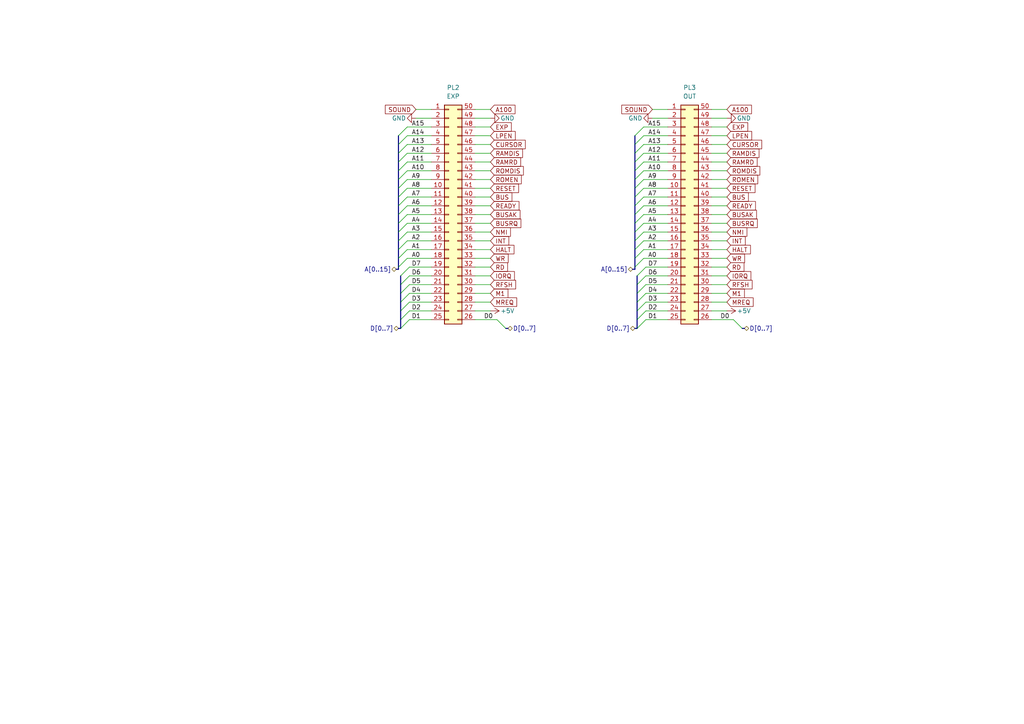
<source format=kicad_sch>
(kicad_sch (version 20211123) (generator eeschema)
  (paper "A4")
  (lib_symbols
    (symbol "Connector_Generic:Conn_02x25_Counter_Clockwise" (pin_names (offset 1.016) hide)
      (property "Reference" "J" (at 1.27 33.02 0))
      (property "Value" "Conn_02x25_Counter_Clockwise" (at 1.27 -33.02 0))
      (symbol "Conn_02x25_Counter_Clockwise_1_1"
        (rectangle (start -1.27 -30.353) (end 0 -30.607) (stroke (width 0.1524)))
        (rectangle (start -1.27 -27.813) (end 0 -28.067) (stroke (width 0.1524)))
        (rectangle (start -1.27 -25.273) (end 0 -25.527) (stroke (width 0.1524)))
        (rectangle (start -1.27 -22.733) (end 0 -22.987) (stroke (width 0.1524)))
        (rectangle (start -1.27 -20.193) (end 0 -20.447) (stroke (width 0.1524)))
        (rectangle (start -1.27 -17.653) (end 0 -17.907) (stroke (width 0.1524)))
        (rectangle (start -1.27 -15.113) (end 0 -15.367) (stroke (width 0.1524)))
        (rectangle (start -1.27 -12.573) (end 0 -12.827) (stroke (width 0.1524)))
        (rectangle (start -1.27 -10.033) (end 0 -10.287) (stroke (width 0.1524)))
        (rectangle (start -1.27 -7.493) (end 0 -7.747) (stroke (width 0.1524)))
        (rectangle (start -1.27 -4.953) (end 0 -5.207) (stroke (width 0.1524)))
        (rectangle (start -1.27 -2.413) (end 0 -2.667) (stroke (width 0.1524)))
        (rectangle (start -1.27 0.127) (end 0 -0.127) (stroke (width 0.1524)))
        (rectangle (start -1.27 2.667) (end 0 2.413) (stroke (width 0.1524)))
        (rectangle (start -1.27 5.207) (end 0 4.953) (stroke (width 0.1524)))
        (rectangle (start -1.27 7.747) (end 0 7.493) (stroke (width 0.1524)))
        (rectangle (start -1.27 10.287) (end 0 10.033) (stroke (width 0.1524)))
        (rectangle (start -1.27 12.827) (end 0 12.573) (stroke (width 0.1524)))
        (rectangle (start -1.27 15.367) (end 0 15.113) (stroke (width 0.1524)))
        (rectangle (start -1.27 17.907) (end 0 17.653) (stroke (width 0.1524)))
        (rectangle (start -1.27 20.447) (end 0 20.193) (stroke (width 0.1524)))
        (rectangle (start -1.27 22.987) (end 0 22.733) (stroke (width 0.1524)))
        (rectangle (start -1.27 25.527) (end 0 25.273) (stroke (width 0.1524)))
        (rectangle (start -1.27 28.067) (end 0 27.813) (stroke (width 0.1524)))
        (rectangle (start -1.27 30.607) (end 0 30.353) (stroke (width 0.1524)))
        (rectangle (start -1.27 31.75) (end 3.81 -31.75) (stroke (width 0.254)) (fill (type background)))
        (rectangle (start 3.81 -30.353) (end 2.54 -30.607) (stroke (width 0.1524)))
        (rectangle (start 3.81 -27.813) (end 2.54 -28.067) (stroke (width 0.1524)))
        (rectangle (start 3.81 -25.273) (end 2.54 -25.527) (stroke (width 0.1524)))
        (rectangle (start 3.81 -22.733) (end 2.54 -22.987) (stroke (width 0.1524)))
        (rectangle (start 3.81 -20.193) (end 2.54 -20.447) (stroke (width 0.1524)))
        (rectangle (start 3.81 -17.653) (end 2.54 -17.907) (stroke (width 0.1524)))
        (rectangle (start 3.81 -15.113) (end 2.54 -15.367) (stroke (width 0.1524)))
        (rectangle (start 3.81 -12.573) (end 2.54 -12.827) (stroke (width 0.1524)))
        (rectangle (start 3.81 -10.033) (end 2.54 -10.287) (stroke (width 0.1524)))
        (rectangle (start 3.81 -7.493) (end 2.54 -7.747) (stroke (width 0.1524)))
        (rectangle (start 3.81 -4.953) (end 2.54 -5.207) (stroke (width 0.1524)))
        (rectangle (start 3.81 -2.413) (end 2.54 -2.667) (stroke (width 0.1524)))
        (rectangle (start 3.81 0.127) (end 2.54 -0.127) (stroke (width 0.1524)))
        (rectangle (start 3.81 2.667) (end 2.54 2.413) (stroke (width 0.1524)))
        (rectangle (start 3.81 5.207) (end 2.54 4.953) (stroke (width 0.1524)))
        (rectangle (start 3.81 7.747) (end 2.54 7.493) (stroke (width 0.1524)))
        (rectangle (start 3.81 10.287) (end 2.54 10.033) (stroke (width 0.1524)))
        (rectangle (start 3.81 12.827) (end 2.54 12.573) (stroke (width 0.1524)))
        (rectangle (start 3.81 15.367) (end 2.54 15.113) (stroke (width 0.1524)))
        (rectangle (start 3.81 17.907) (end 2.54 17.653) (stroke (width 0.1524)))
        (rectangle (start 3.81 20.447) (end 2.54 20.193) (stroke (width 0.1524)))
        (rectangle (start 3.81 22.987) (end 2.54 22.733) (stroke (width 0.1524)))
        (rectangle (start 3.81 25.527) (end 2.54 25.273) (stroke (width 0.1524)))
        (rectangle (start 3.81 28.067) (end 2.54 27.813) (stroke (width 0.1524)))
        (rectangle (start 3.81 30.607) (end 2.54 30.353) (stroke (width 0.1524)))
        (pin passive line (at -5.08 30.48 0) (length 3.81) (name "Pin_1") (number "1"))
        (pin passive line (at -5.08 7.62 0) (length 3.81) (name "Pin_10") (number "10"))
        (pin passive line (at -5.08 5.08 0) (length 3.81) (name "Pin_11") (number "11"))
        (pin passive line (at -5.08 2.54 0) (length 3.81) (name "Pin_12") (number "12"))
        (pin passive line (at -5.08 0 0) (length 3.81) (name "Pin_13") (number "13"))
        (pin passive line (at -5.08 -2.54 0) (length 3.81) (name "Pin_14") (number "14"))
        (pin passive line (at -5.08 -5.08 0) (length 3.81) (name "Pin_15") (number "15"))
        (pin passive line (at -5.08 -7.62 0) (length 3.81) (name "Pin_16") (number "16"))
        (pin passive line (at -5.08 -10.16 0) (length 3.81) (name "Pin_17") (number "17"))
        (pin passive line (at -5.08 -12.7 0) (length 3.81) (name "Pin_18") (number "18"))
        (pin passive line (at -5.08 -15.24 0) (length 3.81) (name "Pin_19") (number "19"))
        (pin passive line (at -5.08 27.94 0) (length 3.81) (name "Pin_2") (number "2"))
        (pin passive line (at -5.08 -17.78 0) (length 3.81) (name "Pin_20") (number "20"))
        (pin passive line (at -5.08 -20.32 0) (length 3.81) (name "Pin_21") (number "21"))
        (pin passive line (at -5.08 -22.86 0) (length 3.81) (name "Pin_22") (number "22"))
        (pin passive line (at -5.08 -25.4 0) (length 3.81) (name "Pin_23") (number "23"))
        (pin passive line (at -5.08 -27.94 0) (length 3.81) (name "Pin_24") (number "24"))
        (pin passive line (at -5.08 -30.48 0) (length 3.81) (name "Pin_25") (number "25"))
        (pin passive line (at 7.62 -30.48 180) (length 3.81) (name "Pin_26") (number "26"))
        (pin passive line (at 7.62 -27.94 180) (length 3.81) (name "Pin_27") (number "27"))
        (pin passive line (at 7.62 -25.4 180) (length 3.81) (name "Pin_28") (number "28"))
        (pin passive line (at 7.62 -22.86 180) (length 3.81) (name "Pin_29") (number "29"))
        (pin passive line (at -5.08 25.4 0) (length 3.81) (name "Pin_3") (number "3"))
        (pin passive line (at 7.62 -20.32 180) (length 3.81) (name "Pin_30") (number "30"))
        (pin passive line (at 7.62 -17.78 180) (length 3.81) (name "Pin_31") (number "31"))
        (pin passive line (at 7.62 -15.24 180) (length 3.81) (name "Pin_32") (number "32"))
        (pin passive line (at 7.62 -12.7 180) (length 3.81) (name "Pin_33") (number "33"))
        (pin passive line (at 7.62 -10.16 180) (length 3.81) (name "Pin_34") (number "34"))
        (pin passive line (at 7.62 -7.62 180) (length 3.81) (name "Pin_35") (number "35"))
        (pin passive line (at 7.62 -5.08 180) (length 3.81) (name "Pin_36") (number "36"))
        (pin passive line (at 7.62 -2.54 180) (length 3.81) (name "Pin_37") (number "37"))
        (pin passive line (at 7.62 0 180) (length 3.81) (name "Pin_38") (number "38"))
        (pin passive line (at 7.62 2.54 180) (length 3.81) (name "Pin_39") (number "39"))
        (pin passive line (at -5.08 22.86 0) (length 3.81) (name "Pin_4") (number "4"))
        (pin passive line (at 7.62 5.08 180) (length 3.81) (name "Pin_40") (number "40"))
        (pin passive line (at 7.62 7.62 180) (length 3.81) (name "Pin_41") (number "41"))
        (pin passive line (at 7.62 10.16 180) (length 3.81) (name "Pin_42") (number "42"))
        (pin passive line (at 7.62 12.7 180) (length 3.81) (name "Pin_43") (number "43"))
        (pin passive line (at 7.62 15.24 180) (length 3.81) (name "Pin_44") (number "44"))
        (pin passive line (at 7.62 17.78 180) (length 3.81) (name "Pin_45") (number "45"))
        (pin passive line (at 7.62 20.32 180) (length 3.81) (name "Pin_46") (number "46"))
        (pin passive line (at 7.62 22.86 180) (length 3.81) (name "Pin_47") (number "47"))
        (pin passive line (at 7.62 25.4 180) (length 3.81) (name "Pin_48") (number "48"))
        (pin passive line (at 7.62 27.94 180) (length 3.81) (name "Pin_49") (number "49"))
        (pin passive line (at -5.08 20.32 0) (length 3.81) (name "Pin_5") (number "5"))
        (pin passive line (at 7.62 30.48 180) (length 3.81) (name "Pin_50") (number "50"))
        (pin passive line (at -5.08 17.78 0) (length 3.81) (name "Pin_6") (number "6"))
        (pin passive line (at -5.08 15.24 0) (length 3.81) (name "Pin_7") (number "7"))
        (pin passive line (at -5.08 12.7 0) (length 3.81) (name "Pin_8") (number "8"))
        (pin passive line (at -5.08 10.16 0) (length 3.81) (name "Pin_9") (number "9"))
      )
    )
    (symbol "power:+5V" (power) (pin_names (offset 0))
      (property "Value" "+5V" (at 0 3.556 0))
      (symbol "+5V_0_1"
        (polyline (pts (xy -0.762 1.27) (xy 0 2.54)))
        (polyline (pts (xy 0 0) (xy 0 2.54)))
        (polyline (pts (xy 0 2.54) (xy 0.762 1.27)))
      )
      (symbol "+5V_1_1"
        (pin power_in line (at 0 0 90) (length 0) hide (name "+5V") (number "1"))
      )
    )
    (symbol "power:GND" (power) (pin_names (offset 0))
      (property "Value" "GND" (at 0 -3.81 0))
      (symbol "GND_0_1"
        (polyline (pts (xy 0 0) (xy 0 -1.27) (xy 1.27 -1.27) (xy 0 -2.54) (xy -1.27 -1.27) (xy 0 -1.27)))
      )
      (symbol "GND_1_1"
        (pin power_in line (at 0 0 270) (length 0) hide (name "GND") (number "1"))
      )
    )
  )
  (bus_entry (at 184.15 77.47) (size 2.54 -2.54))
  (bus_entry (at 212.725 92.71) (size 2.54 2.54))
  (bus_entry (at 184.15 39.37) (size 2.54 -2.54))
  (bus_entry (at 184.785 85.09) (size 2.54 -2.54))
  (bus_entry (at 116.205 80.01) (size 2.54 -2.54))
  (bus_entry (at 115.57 54.61) (size 2.54 -2.54))
  (bus_entry (at 184.785 82.55) (size 2.54 -2.54))
  (bus_entry (at 184.15 46.99) (size 2.54 -2.54))
  (bus_entry (at 115.57 52.07) (size 2.54 -2.54))
  (bus_entry (at 184.15 67.31) (size 2.54 -2.54))
  (bus_entry (at 115.57 57.15) (size 2.54 -2.54))
  (bus_entry (at 115.57 72.39) (size 2.54 -2.54))
  (bus_entry (at 115.57 69.85) (size 2.54 -2.54))
  (bus_entry (at 115.57 39.37) (size 2.54 -2.54))
  (bus_entry (at 184.15 57.15) (size 2.54 -2.54))
  (bus_entry (at 184.15 64.77) (size 2.54 -2.54))
  (bus_entry (at 184.15 52.07) (size 2.54 -2.54))
  (bus_entry (at 116.205 87.63) (size 2.54 -2.54))
  (bus_entry (at 116.205 95.25) (size 2.54 -2.54))
  (bus_entry (at 115.57 44.45) (size 2.54 -2.54))
  (bus_entry (at 115.57 49.53) (size 2.54 -2.54))
  (bus_entry (at 184.15 59.69) (size 2.54 -2.54))
  (bus_entry (at 144.145 92.71) (size 2.54 2.54))
  (bus_entry (at 184.785 95.25) (size 2.54 -2.54))
  (bus_entry (at 115.57 67.31) (size 2.54 -2.54))
  (bus_entry (at 116.205 90.17) (size 2.54 -2.54))
  (bus_entry (at 184.785 90.17) (size 2.54 -2.54))
  (bus_entry (at 184.15 72.39) (size 2.54 -2.54))
  (bus_entry (at 116.205 85.09) (size 2.54 -2.54))
  (bus_entry (at 184.15 69.85) (size 2.54 -2.54))
  (bus_entry (at 184.785 92.71) (size 2.54 -2.54))
  (bus_entry (at 184.15 62.23) (size 2.54 -2.54))
  (bus_entry (at 184.15 49.53) (size 2.54 -2.54))
  (bus_entry (at 115.57 59.69) (size 2.54 -2.54))
  (bus_entry (at 184.15 41.91) (size 2.54 -2.54))
  (bus_entry (at 115.57 46.99) (size 2.54 -2.54))
  (bus_entry (at 115.57 62.23) (size 2.54 -2.54))
  (bus_entry (at 184.15 44.45) (size 2.54 -2.54))
  (bus_entry (at 115.57 41.91) (size 2.54 -2.54))
  (bus_entry (at 115.57 77.47) (size 2.54 -2.54))
  (bus_entry (at 184.15 74.93) (size 2.54 -2.54))
  (bus_entry (at 115.57 74.93) (size 2.54 -2.54))
  (bus_entry (at 184.15 54.61) (size 2.54 -2.54))
  (bus_entry (at 115.57 64.77) (size 2.54 -2.54))
  (bus_entry (at 184.785 80.01) (size 2.54 -2.54))
  (bus_entry (at 184.785 87.63) (size 2.54 -2.54))
  (bus_entry (at 116.205 92.71) (size 2.54 -2.54))
  (bus_entry (at 116.205 82.55) (size 2.54 -2.54))
  (bus (pts (xy 115.57 54.61) (xy 115.57 57.15)))
  (wire (pts (xy 186.69 46.99) (xy 193.675 46.99)))
  (bus (pts (xy 115.57 74.93) (xy 115.57 77.47)))
  (bus (pts (xy 215.9 95.25) (xy 215.265 95.25)))
  (bus (pts (xy 184.15 64.77) (xy 184.15 67.31)))
  (wire (pts (xy 118.11 69.85) (xy 125.095 69.85)))
  (wire (pts (xy 186.69 54.61) (xy 193.675 54.61)))
  (bus (pts (xy 115.57 41.91) (xy 115.57 44.45)))
  (wire (pts (xy 206.375 34.29) (xy 210.82 34.29)))
  (bus (pts (xy 115.57 39.37) (xy 115.57 41.91)))
  (wire (pts (xy 137.795 62.23) (xy 142.24 62.23)))
  (bus (pts (xy 115.57 95.25) (xy 116.205 95.25)))
  (wire (pts (xy 118.11 59.69) (xy 125.095 59.69)))
  (bus (pts (xy 115.57 64.77) (xy 115.57 67.31)))
  (wire (pts (xy 118.11 64.77) (xy 125.095 64.77)))
  (wire (pts (xy 206.375 90.17) (xy 210.82 90.17)))
  (wire (pts (xy 137.795 46.99) (xy 142.24 46.99)))
  (bus (pts (xy 183.515 78.105) (xy 184.15 78.105)))
  (wire (pts (xy 206.375 54.61) (xy 210.82 54.61)))
  (bus (pts (xy 116.205 80.01) (xy 116.205 82.55)))
  (wire (pts (xy 206.375 31.75) (xy 210.82 31.75)))
  (wire (pts (xy 118.11 62.23) (xy 125.095 62.23)))
  (wire (pts (xy 206.375 41.91) (xy 210.82 41.91)))
  (wire (pts (xy 206.375 62.23) (xy 210.82 62.23)))
  (wire (pts (xy 118.11 36.83) (xy 125.095 36.83)))
  (wire (pts (xy 118.745 80.01) (xy 125.095 80.01)))
  (wire (pts (xy 206.375 64.77) (xy 210.82 64.77)))
  (wire (pts (xy 118.11 44.45) (xy 125.095 44.45)))
  (wire (pts (xy 206.375 46.99) (xy 210.82 46.99)))
  (bus (pts (xy 184.785 82.55) (xy 184.785 85.09)))
  (wire (pts (xy 137.795 74.93) (xy 142.24 74.93)))
  (bus (pts (xy 116.205 90.17) (xy 116.205 92.71)))
  (wire (pts (xy 206.375 87.63) (xy 210.82 87.63)))
  (bus (pts (xy 184.15 44.45) (xy 184.15 46.99)))
  (wire (pts (xy 137.795 44.45) (xy 142.24 44.45)))
  (bus (pts (xy 184.15 95.25) (xy 184.785 95.25)))
  (wire (pts (xy 187.325 77.47) (xy 193.675 77.47)))
  (wire (pts (xy 186.69 59.69) (xy 193.675 59.69)))
  (wire (pts (xy 186.69 72.39) (xy 193.675 72.39)))
  (wire (pts (xy 206.375 85.09) (xy 210.82 85.09)))
  (bus (pts (xy 184.15 54.61) (xy 184.15 57.15)))
  (wire (pts (xy 206.375 49.53) (xy 210.82 49.53)))
  (bus (pts (xy 184.15 77.47) (xy 184.15 78.105)))
  (wire (pts (xy 118.11 52.07) (xy 125.095 52.07)))
  (wire (pts (xy 118.745 77.47) (xy 125.095 77.47)))
  (wire (pts (xy 189.23 34.29) (xy 193.675 34.29)))
  (wire (pts (xy 187.325 92.71) (xy 193.675 92.71)))
  (wire (pts (xy 137.795 34.29) (xy 142.24 34.29)))
  (wire (pts (xy 137.795 49.53) (xy 142.24 49.53)))
  (wire (pts (xy 137.795 72.39) (xy 142.24 72.39)))
  (bus (pts (xy 116.205 92.71) (xy 116.205 95.25)))
  (wire (pts (xy 206.375 72.39) (xy 210.82 72.39)))
  (bus (pts (xy 184.15 49.53) (xy 184.15 52.07)))
  (wire (pts (xy 118.11 74.93) (xy 125.095 74.93)))
  (wire (pts (xy 206.375 57.15) (xy 210.82 57.15)))
  (wire (pts (xy 206.375 59.69) (xy 210.82 59.69)))
  (bus (pts (xy 184.15 57.15) (xy 184.15 59.69)))
  (bus (pts (xy 115.57 44.45) (xy 115.57 46.99)))
  (bus (pts (xy 116.205 85.09) (xy 116.205 87.63)))
  (wire (pts (xy 187.325 80.01) (xy 193.675 80.01)))
  (wire (pts (xy 206.375 74.93) (xy 210.82 74.93)))
  (bus (pts (xy 115.57 67.31) (xy 115.57 69.85)))
  (wire (pts (xy 118.11 57.15) (xy 125.095 57.15)))
  (wire (pts (xy 118.745 87.63) (xy 125.095 87.63)))
  (wire (pts (xy 137.795 39.37) (xy 142.24 39.37)))
  (wire (pts (xy 206.375 67.31) (xy 210.82 67.31)))
  (wire (pts (xy 206.375 92.71) (xy 212.725 92.71)))
  (wire (pts (xy 137.795 80.01) (xy 142.24 80.01)))
  (bus (pts (xy 115.57 62.23) (xy 115.57 64.77)))
  (wire (pts (xy 137.795 92.71) (xy 144.145 92.71)))
  (bus (pts (xy 184.15 39.37) (xy 184.15 41.91)))
  (bus (pts (xy 184.785 80.01) (xy 184.785 82.55)))
  (wire (pts (xy 137.795 36.83) (xy 142.24 36.83)))
  (bus (pts (xy 184.15 41.91) (xy 184.15 44.45)))
  (wire (pts (xy 186.69 41.91) (xy 193.675 41.91)))
  (wire (pts (xy 187.325 82.55) (xy 193.675 82.55)))
  (bus (pts (xy 115.57 49.53) (xy 115.57 52.07)))
  (wire (pts (xy 206.375 39.37) (xy 210.82 39.37)))
  (bus (pts (xy 115.57 52.07) (xy 115.57 54.61)))
  (wire (pts (xy 206.375 36.83) (xy 210.82 36.83)))
  (wire (pts (xy 186.69 44.45) (xy 193.675 44.45)))
  (wire (pts (xy 187.325 90.17) (xy 193.675 90.17)))
  (bus (pts (xy 184.15 62.23) (xy 184.15 64.77)))
  (wire (pts (xy 137.795 77.47) (xy 142.24 77.47)))
  (wire (pts (xy 118.745 92.71) (xy 125.095 92.71)))
  (wire (pts (xy 206.375 77.47) (xy 210.82 77.47)))
  (bus (pts (xy 115.57 77.47) (xy 115.57 78.105)))
  (wire (pts (xy 118.11 41.91) (xy 125.095 41.91)))
  (wire (pts (xy 206.375 82.55) (xy 210.82 82.55)))
  (wire (pts (xy 137.795 69.85) (xy 142.24 69.85)))
  (bus (pts (xy 184.15 52.07) (xy 184.15 54.61)))
  (bus (pts (xy 116.205 87.63) (xy 116.205 90.17)))
  (wire (pts (xy 137.795 57.15) (xy 142.24 57.15)))
  (bus (pts (xy 115.57 59.69) (xy 115.57 62.23)))
  (bus (pts (xy 184.15 69.85) (xy 184.15 72.39)))
  (wire (pts (xy 137.795 67.31) (xy 142.24 67.31)))
  (wire (pts (xy 186.69 64.77) (xy 193.675 64.77)))
  (wire (pts (xy 186.69 69.85) (xy 193.675 69.85)))
  (bus (pts (xy 184.785 92.71) (xy 184.785 95.25)))
  (wire (pts (xy 120.65 31.75) (xy 125.095 31.75)))
  (bus (pts (xy 114.935 78.105) (xy 115.57 78.105)))
  (bus (pts (xy 184.15 67.31) (xy 184.15 69.85)))
  (wire (pts (xy 137.795 64.77) (xy 142.24 64.77)))
  (bus (pts (xy 184.785 90.17) (xy 184.785 92.71)))
  (wire (pts (xy 137.795 54.61) (xy 142.24 54.61)))
  (wire (pts (xy 118.11 46.99) (xy 125.095 46.99)))
  (wire (pts (xy 186.69 52.07) (xy 193.675 52.07)))
  (wire (pts (xy 186.69 39.37) (xy 193.675 39.37)))
  (bus (pts (xy 184.15 46.99) (xy 184.15 49.53)))
  (wire (pts (xy 186.69 67.31) (xy 193.675 67.31)))
  (bus (pts (xy 184.15 72.39) (xy 184.15 74.93)))
  (bus (pts (xy 115.57 46.99) (xy 115.57 49.53)))
  (wire (pts (xy 206.375 52.07) (xy 210.82 52.07)))
  (wire (pts (xy 118.745 82.55) (xy 125.095 82.55)))
  (wire (pts (xy 118.11 39.37) (xy 125.095 39.37)))
  (wire (pts (xy 118.11 72.39) (xy 125.095 72.39)))
  (bus (pts (xy 116.205 82.55) (xy 116.205 85.09)))
  (wire (pts (xy 118.745 90.17) (xy 125.095 90.17)))
  (bus (pts (xy 184.15 74.93) (xy 184.15 77.47)))
  (wire (pts (xy 118.11 49.53) (xy 125.095 49.53)))
  (wire (pts (xy 118.11 67.31) (xy 125.095 67.31)))
  (wire (pts (xy 186.69 49.53) (xy 193.675 49.53)))
  (wire (pts (xy 137.795 31.75) (xy 142.24 31.75)))
  (bus (pts (xy 184.15 59.69) (xy 184.15 62.23)))
  (bus (pts (xy 147.32 95.25) (xy 146.685 95.25)))
  (wire (pts (xy 206.375 80.01) (xy 210.82 80.01)))
  (bus (pts (xy 184.785 85.09) (xy 184.785 87.63)))
  (wire (pts (xy 186.69 36.83) (xy 193.675 36.83)))
  (wire (pts (xy 187.325 87.63) (xy 193.675 87.63)))
  (wire (pts (xy 186.69 74.93) (xy 193.675 74.93)))
  (wire (pts (xy 189.23 31.75) (xy 193.675 31.75)))
  (wire (pts (xy 137.795 85.09) (xy 142.24 85.09)))
  (wire (pts (xy 137.795 59.69) (xy 142.24 59.69)))
  (bus (pts (xy 115.57 57.15) (xy 115.57 59.69)))
  (wire (pts (xy 120.65 34.29) (xy 125.095 34.29)))
  (wire (pts (xy 118.745 85.09) (xy 125.095 85.09)))
  (wire (pts (xy 137.795 90.17) (xy 142.24 90.17)))
  (wire (pts (xy 118.11 54.61) (xy 125.095 54.61)))
  (wire (pts (xy 137.795 41.91) (xy 142.24 41.91)))
  (wire (pts (xy 206.375 44.45) (xy 210.82 44.45)))
  (wire (pts (xy 137.795 82.55) (xy 142.24 82.55)))
  (bus (pts (xy 115.57 72.39) (xy 115.57 74.93)))
  (bus (pts (xy 115.57 69.85) (xy 115.57 72.39)))
  (wire (pts (xy 186.69 57.15) (xy 193.675 57.15)))
  (wire (pts (xy 186.69 62.23) (xy 193.675 62.23)))
  (wire (pts (xy 206.375 69.85) (xy 210.82 69.85)))
  (wire (pts (xy 137.795 87.63) (xy 142.24 87.63)))
  (wire (pts (xy 137.795 52.07) (xy 142.24 52.07)))
  (bus (pts (xy 184.785 87.63) (xy 184.785 90.17)))
  (wire (pts (xy 187.325 85.09) (xy 193.675 85.09)))
  (label "A3" (at 187.96 67.31 0))
  (label "A7" (at 119.38 57.15 0))
  (label "A11" (at 119.38 46.99 0))
  (label "D1" (at 119.38 92.71 0))
  (label "D7" (at 119.38 77.47 0))
  (label "A4" (at 119.38 64.77 0))
  (label "A2" (at 187.96 69.85 0))
  (label "D4" (at 187.96 85.09 0))
  (label "A5" (at 119.38 62.23 0))
  (label "A8" (at 187.96 54.61 0))
  (label "A9" (at 187.96 52.07 0))
  (label "A4" (at 187.96 64.77 0))
  (label "D6" (at 119.38 80.01 0))
  (label "D0" (at 208.915 92.71 0))
  (label "D2" (at 187.96 90.17 0))
  (label "A13" (at 119.38 41.91 0))
  (label "D3" (at 119.38 87.63 0))
  (label "A6" (at 187.96 59.69 0))
  (label "D5" (at 187.96 82.55 0))
  (label "D2" (at 119.38 90.17 0))
  (label "A12" (at 119.38 44.45 0))
  (label "A1" (at 187.96 72.39 0))
  (label "D4" (at 119.38 85.09 0))
  (label "A8" (at 119.38 54.61 0))
  (label "A14" (at 119.38 39.37 0))
  (label "A1" (at 119.38 72.39 0))
  (label "A0" (at 119.38 74.93 0))
  (label "A15" (at 187.96 36.83 0))
  (label "A3" (at 119.38 67.31 0))
  (label "A10" (at 187.96 49.53 0))
  (label "D0" (at 140.335 92.71 0))
  (label "A2" (at 119.38 69.85 0))
  (label "A6" (at 119.38 59.69 0))
  (label "A11" (at 187.96 46.99 0))
  (label "A7" (at 187.96 57.15 0))
  (label "D1" (at 187.96 92.71 0))
  (label "A14" (at 187.96 39.37 0))
  (label "A9" (at 119.38 52.07 0))
  (label "D7" (at 187.96 77.47 0))
  (label "A13" (at 187.96 41.91 0))
  (label "A0" (at 187.96 74.93 0))
  (label "A12" (at 187.96 44.45 0))
  (label "A15" (at 119.38 36.83 0))
  (label "A10" (at 119.38 49.53 0))
  (label "D6" (at 187.96 80.01 0))
  (label "A5" (at 187.96 62.23 0))
  (label "D5" (at 119.38 82.55 0))
  (label "D3" (at 187.96 87.63 0))
  (global_label "RESET" (shape input) (at 142.24 54.61 0) (property "Intersheet References" "${INTERSHEET_REFS}" (effects hide)))
  (global_label "RFSH" (shape input) (at 210.82 82.55 0) (property "Intersheet References" "${INTERSHEET_REFS}" (effects hide)))
  (global_label "RD" (shape input) (at 210.82 77.47 0) (property "Intersheet References" "${INTERSHEET_REFS}" (effects hide)))
  (global_label "ROMEN" (shape input) (at 142.24 52.07 0) (property "Intersheet References" "${INTERSHEET_REFS}" (effects hide)))
  (global_label "RESET" (shape input) (at 210.82 54.61 0) (property "Intersheet References" "${INTERSHEET_REFS}" (effects hide)))
  (global_label "ROMEN" (shape input) (at 210.82 52.07 0) (property "Intersheet References" "${INTERSHEET_REFS}" (effects hide)))
  (global_label "NMI" (shape input) (at 142.24 67.31 0) (property "Intersheet References" "${INTERSHEET_REFS}" (effects hide)))
  (global_label "BUS" (shape input) (at 210.82 57.15 0) (property "Intersheet References" "${INTERSHEET_REFS}" (effects hide)))
  (global_label "RAMRD" (shape input) (at 142.24 46.99 0) (property "Intersheet References" "${INTERSHEET_REFS}" (effects hide)))
  (global_label "IORQ" (shape input) (at 210.82 80.01 0) (property "Intersheet References" "${INTERSHEET_REFS}" (effects hide)))
  (global_label "A100" (shape input) (at 210.82 31.75 0) (property "Intersheet References" "${INTERSHEET_REFS}" (effects hide)))
  (global_label "RD" (shape input) (at 142.24 77.47 0) (property "Intersheet References" "${INTERSHEET_REFS}" (effects hide)))
  (global_label "EXP" (shape input) (at 210.82 36.83 0) (property "Intersheet References" "${INTERSHEET_REFS}" (effects hide)))
  (global_label "BUSRQ" (shape input) (at 210.82 64.77 0) (property "Intersheet References" "${INTERSHEET_REFS}" (effects hide)))
  (global_label "M1" (shape input) (at 210.82 85.09 0) (property "Intersheet References" "${INTERSHEET_REFS}" (effects hide)))
  (global_label "INT" (shape input) (at 210.82 69.85 0) (property "Intersheet References" "${INTERSHEET_REFS}" (effects hide)))
  (global_label "HALT" (shape input) (at 210.82 72.39 0) (property "Intersheet References" "${INTERSHEET_REFS}" (effects hide)))
  (global_label "SOUND" (shape input) (at 189.23 31.75 180) (property "Intersheet References" "${INTERSHEET_REFS}" (effects hide)))
  (global_label "BUSAK" (shape input) (at 210.82 62.23 0) (property "Intersheet References" "${INTERSHEET_REFS}" (effects hide)))
  (global_label "MREQ" (shape input) (at 142.24 87.63 0) (property "Intersheet References" "${INTERSHEET_REFS}" (effects hide)))
  (global_label "READY" (shape input) (at 142.24 59.69 0) (property "Intersheet References" "${INTERSHEET_REFS}" (effects hide)))
  (global_label "BUSRQ" (shape input) (at 142.24 64.77 0) (property "Intersheet References" "${INTERSHEET_REFS}" (effects hide)))
  (global_label "IORQ" (shape input) (at 142.24 80.01 0) (property "Intersheet References" "${INTERSHEET_REFS}" (effects hide)))
  (global_label "RAMDIS" (shape input) (at 142.24 44.45 0) (property "Intersheet References" "${INTERSHEET_REFS}" (effects hide)))
  (global_label "NMI" (shape input) (at 210.82 67.31 0) (property "Intersheet References" "${INTERSHEET_REFS}" (effects hide)))
  (global_label "RFSH" (shape input) (at 142.24 82.55 0) (property "Intersheet References" "${INTERSHEET_REFS}" (effects hide)))
  (global_label "RAMDIS" (shape input) (at 210.82 44.45 0) (property "Intersheet References" "${INTERSHEET_REFS}" (effects hide)))
  (global_label "WR" (shape input) (at 210.82 74.93 0) (property "Intersheet References" "${INTERSHEET_REFS}" (effects hide)))
  (global_label "ROMDIS" (shape input) (at 210.82 49.53 0) (property "Intersheet References" "${INTERSHEET_REFS}" (effects hide)))
  (global_label "READY" (shape input) (at 210.82 59.69 0) (property "Intersheet References" "${INTERSHEET_REFS}" (effects hide)))
  (global_label "CURSOR" (shape input) (at 210.82 41.91 0) (property "Intersheet References" "${INTERSHEET_REFS}" (effects hide)))
  (global_label "SOUND" (shape input) (at 120.65 31.75 180) (property "Intersheet References" "${INTERSHEET_REFS}" (effects hide)))
  (global_label "WR" (shape input) (at 142.24 74.93 0) (property "Intersheet References" "${INTERSHEET_REFS}" (effects hide)))
  (global_label "ROMDIS" (shape input) (at 142.24 49.53 0) (property "Intersheet References" "${INTERSHEET_REFS}" (effects hide)))
  (global_label "A100" (shape input) (at 142.24 31.75 0) (property "Intersheet References" "${INTERSHEET_REFS}" (effects hide)))
  (global_label "LPEN" (shape input) (at 210.82 39.37 0) (property "Intersheet References" "${INTERSHEET_REFS}" (effects hide)))
  (global_label "EXP" (shape input) (at 142.24 36.83 0) (property "Intersheet References" "${INTERSHEET_REFS}" (effects hide)))
  (global_label "BUS" (shape input) (at 142.24 57.15 0) (property "Intersheet References" "${INTERSHEET_REFS}" (effects hide)))
  (global_label "HALT" (shape input) (at 142.24 72.39 0) (property "Intersheet References" "${INTERSHEET_REFS}" (effects hide)))
  (global_label "CURSOR" (shape input) (at 142.24 41.91 0) (property "Intersheet References" "${INTERSHEET_REFS}" (effects hide)))
  (global_label "INT" (shape input) (at 142.24 69.85 0) (property "Intersheet References" "${INTERSHEET_REFS}" (effects hide)))
  (global_label "RAMRD" (shape input) (at 210.82 46.99 0) (property "Intersheet References" "${INTERSHEET_REFS}" (effects hide)))
  (global_label "LPEN" (shape input) (at 142.24 39.37 0) (property "Intersheet References" "${INTERSHEET_REFS}" (effects hide)))
  (global_label "MREQ" (shape input) (at 210.82 87.63 0) (property "Intersheet References" "${INTERSHEET_REFS}" (effects hide)))
  (global_label "M1" (shape input) (at 142.24 85.09 0) (property "Intersheet References" "${INTERSHEET_REFS}" (effects hide)))
  (global_label "BUSAK" (shape input) (at 142.24 62.23 0) (property "Intersheet References" "${INTERSHEET_REFS}" (effects hide)))
  (hierarchical_label "D[0..7]" (shape bidirectional) (at 215.9 95.25 0))
  (hierarchical_label "A[0..15]" (shape bidirectional) (at 183.515 78.105 180))
  (hierarchical_label "D[0..7]" (shape bidirectional) (at 147.32 95.25 0))
  (hierarchical_label "D[0..7]" (shape bidirectional) (at 115.57 95.25 180))
  (hierarchical_label "A[0..15]" (shape bidirectional) (at 114.935 78.105 180))
  (hierarchical_label "D[0..7]" (shape bidirectional) (at 184.15 95.25 180))
  (symbol (lib_id "Connector_Generic:Conn_02x25_Counter_Clockwise") (at 198.755 62.23 0) (unit 1)
    (property "Reference" "PL3" (at 200.025 25.4 0))
    (property "Value" "OUT" (at 200.025 27.94 0))
    (property "Footprint" "CPC:EXPANSION" (effects hide))
  )
  (symbol (lib_id "power:GND") (at 142.24 34.29 90) (unit 1)
    (property "Reference" "#PWR0109" (effects hide))
    (property "Value" "GND" (at 149.225 34.29 90) (effects (justify left)))
  )
  (symbol (lib_id "power:GND") (at 120.65 34.29 270) (unit 1)
    (property "Reference" "#PWR0101" (effects hide))
    (property "Value" "GND" (at 113.665 34.29 90) (effects (justify left)))
  )
  (symbol (lib_id "power:GND") (at 189.23 34.29 270) (unit 1)
    (property "Reference" "#PWR0111" (effects hide))
    (property "Value" "GND" (at 182.245 34.29 90) (effects (justify left)))
  )
  (symbol (lib_id "power:GND") (at 210.82 34.29 90) (unit 1)
    (property "Reference" "#PWR0106" (effects hide))
    (property "Value" "GND" (at 217.805 34.29 90) (effects (justify left)))
  )
  (symbol (lib_id "power:+5V") (at 210.82 90.17 270) (unit 1)
    (property "Reference" "#PWR0105" (effects hide))
    (property "Value" "+5V" (at 217.805 90.17 90) (effects (justify right)))
  )
  (symbol (lib_id "Connector_Generic:Conn_02x25_Counter_Clockwise") (at 130.175 62.23 0) (unit 1)
    (property "Reference" "PL2" (at 131.445 25.4 0))
    (property "Value" "EXP" (at 131.445 27.94 0))
    (property "Footprint" "Connector_PinHeader_2.54mm:PinHeader_2x25_P2.54mm_Vertical" (effects hide))
  )
  (symbol (lib_id "power:+5V") (at 142.24 90.17 270) (unit 1)
    (property "Reference" "#PWR0110" (effects hide))
    (property "Value" "+5V" (at 149.225 90.17 90) (effects (justify right)))
  )
)
</source>
